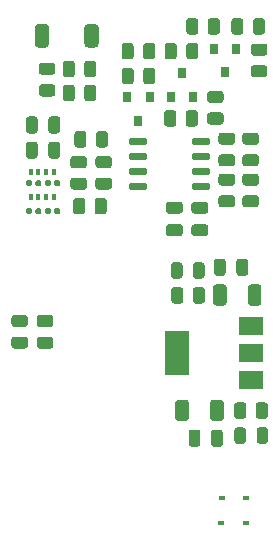
<source format=gbr>
G04 #@! TF.GenerationSoftware,KiCad,Pcbnew,5.1.8*
G04 #@! TF.CreationDate,2020-12-10T12:55:43+01:00*
G04 #@! TF.ProjectId,weather_station,77656174-6865-4725-9f73-746174696f6e,rev?*
G04 #@! TF.SameCoordinates,Original*
G04 #@! TF.FileFunction,Paste,Bot*
G04 #@! TF.FilePolarity,Positive*
%FSLAX46Y46*%
G04 Gerber Fmt 4.6, Leading zero omitted, Abs format (unit mm)*
G04 Created by KiCad (PCBNEW 5.1.8) date 2020-12-10 12:55:43*
%MOMM*%
%LPD*%
G01*
G04 APERTURE LIST*
%ADD10R,0.600000X0.450000*%
%ADD11R,2.000000X3.800000*%
%ADD12R,2.000000X1.500000*%
%ADD13R,0.800000X0.900000*%
%ADD14R,0.350000X0.500000*%
G04 APERTURE END LIST*
G36*
G01*
X141360000Y-99715000D02*
X141360000Y-100665000D01*
G75*
G02*
X141110000Y-100915000I-250000J0D01*
G01*
X140610000Y-100915000D01*
G75*
G02*
X140360000Y-100665000I0J250000D01*
G01*
X140360000Y-99715000D01*
G75*
G02*
X140610000Y-99465000I250000J0D01*
G01*
X141110000Y-99465000D01*
G75*
G02*
X141360000Y-99715000I0J-250000D01*
G01*
G37*
G36*
G01*
X143260000Y-99715000D02*
X143260000Y-100665000D01*
G75*
G02*
X143010000Y-100915000I-250000J0D01*
G01*
X142510000Y-100915000D01*
G75*
G02*
X142260000Y-100665000I0J250000D01*
G01*
X142260000Y-99715000D01*
G75*
G02*
X142510000Y-99465000I250000J0D01*
G01*
X143010000Y-99465000D01*
G75*
G02*
X143260000Y-99715000I0J-250000D01*
G01*
G37*
G36*
G01*
X140370000Y-105500000D02*
X140370000Y-105225000D01*
G75*
G02*
X140495000Y-105100000I125000J0D01*
G01*
X140745000Y-105100000D01*
G75*
G02*
X140870000Y-105225000I0J-125000D01*
G01*
X140870000Y-105500000D01*
G75*
G02*
X140745000Y-105625000I-125000J0D01*
G01*
X140495000Y-105625000D01*
G75*
G02*
X140370000Y-105500000I0J125000D01*
G01*
G37*
G36*
G01*
X141170000Y-105500000D02*
X141170000Y-105225000D01*
G75*
G02*
X141295000Y-105100000I125000J0D01*
G01*
X141545000Y-105100000D01*
G75*
G02*
X141670000Y-105225000I0J-125000D01*
G01*
X141670000Y-105500000D01*
G75*
G02*
X141545000Y-105625000I-125000J0D01*
G01*
X141295000Y-105625000D01*
G75*
G02*
X141170000Y-105500000I0J125000D01*
G01*
G37*
G36*
G01*
X141970000Y-105500000D02*
X141970000Y-105225000D01*
G75*
G02*
X142095000Y-105100000I125000J0D01*
G01*
X142345000Y-105100000D01*
G75*
G02*
X142470000Y-105225000I0J-125000D01*
G01*
X142470000Y-105500000D01*
G75*
G02*
X142345000Y-105625000I-125000J0D01*
G01*
X142095000Y-105625000D01*
G75*
G02*
X141970000Y-105500000I0J125000D01*
G01*
G37*
G36*
G01*
X142770000Y-105500000D02*
X142770000Y-105225000D01*
G75*
G02*
X142895000Y-105100000I125000J0D01*
G01*
X143145000Y-105100000D01*
G75*
G02*
X143270000Y-105225000I0J-125000D01*
G01*
X143270000Y-105500000D01*
G75*
G02*
X143145000Y-105625000I-125000J0D01*
G01*
X142895000Y-105625000D01*
G75*
G02*
X142770000Y-105500000I0J125000D01*
G01*
G37*
G36*
G01*
X142770000Y-103125000D02*
X142770000Y-102850000D01*
G75*
G02*
X142895000Y-102725000I125000J0D01*
G01*
X143145000Y-102725000D01*
G75*
G02*
X143270000Y-102850000I0J-125000D01*
G01*
X143270000Y-103125000D01*
G75*
G02*
X143145000Y-103250000I-125000J0D01*
G01*
X142895000Y-103250000D01*
G75*
G02*
X142770000Y-103125000I0J125000D01*
G01*
G37*
G36*
G01*
X141970000Y-103125000D02*
X141970000Y-102850000D01*
G75*
G02*
X142095000Y-102725000I125000J0D01*
G01*
X142345000Y-102725000D01*
G75*
G02*
X142470000Y-102850000I0J-125000D01*
G01*
X142470000Y-103125000D01*
G75*
G02*
X142345000Y-103250000I-125000J0D01*
G01*
X142095000Y-103250000D01*
G75*
G02*
X141970000Y-103125000I0J125000D01*
G01*
G37*
G36*
G01*
X141170000Y-103125000D02*
X141170000Y-102850000D01*
G75*
G02*
X141295000Y-102725000I125000J0D01*
G01*
X141545000Y-102725000D01*
G75*
G02*
X141670000Y-102850000I0J-125000D01*
G01*
X141670000Y-103125000D01*
G75*
G02*
X141545000Y-103250000I-125000J0D01*
G01*
X141295000Y-103250000D01*
G75*
G02*
X141170000Y-103125000I0J125000D01*
G01*
G37*
G36*
G01*
X140370000Y-103125000D02*
X140370000Y-102850000D01*
G75*
G02*
X140495000Y-102725000I125000J0D01*
G01*
X140745000Y-102725000D01*
G75*
G02*
X140870000Y-102850000I0J-125000D01*
G01*
X140870000Y-103125000D01*
G75*
G02*
X140745000Y-103250000I-125000J0D01*
G01*
X140495000Y-103250000D01*
G75*
G02*
X140370000Y-103125000I0J125000D01*
G01*
G37*
D10*
X156920000Y-131720000D03*
X159020000Y-131720000D03*
G36*
G01*
X141120000Y-91210000D02*
X141120000Y-89810000D01*
G75*
G02*
X141420000Y-89510000I300000J0D01*
G01*
X142020000Y-89510000D01*
G75*
G02*
X142320000Y-89810000I0J-300000D01*
G01*
X142320000Y-91210000D01*
G75*
G02*
X142020000Y-91510000I-300000J0D01*
G01*
X141420000Y-91510000D01*
G75*
G02*
X141120000Y-91210000I0J300000D01*
G01*
G37*
G36*
G01*
X145320000Y-91210000D02*
X145320000Y-89810000D01*
G75*
G02*
X145620000Y-89510000I300000J0D01*
G01*
X146220000Y-89510000D01*
G75*
G02*
X146520000Y-89810000I0J-300000D01*
G01*
X146520000Y-91210000D01*
G75*
G02*
X146220000Y-91510000I-300000J0D01*
G01*
X145620000Y-91510000D01*
G75*
G02*
X145320000Y-91210000I0J300000D01*
G01*
G37*
G36*
G01*
X154435000Y-103425000D02*
X154435000Y-103125000D01*
G75*
G02*
X154585000Y-102975000I150000J0D01*
G01*
X155835000Y-102975000D01*
G75*
G02*
X155985000Y-103125000I0J-150000D01*
G01*
X155985000Y-103425000D01*
G75*
G02*
X155835000Y-103575000I-150000J0D01*
G01*
X154585000Y-103575000D01*
G75*
G02*
X154435000Y-103425000I0J150000D01*
G01*
G37*
G36*
G01*
X154435000Y-102155000D02*
X154435000Y-101855000D01*
G75*
G02*
X154585000Y-101705000I150000J0D01*
G01*
X155835000Y-101705000D01*
G75*
G02*
X155985000Y-101855000I0J-150000D01*
G01*
X155985000Y-102155000D01*
G75*
G02*
X155835000Y-102305000I-150000J0D01*
G01*
X154585000Y-102305000D01*
G75*
G02*
X154435000Y-102155000I0J150000D01*
G01*
G37*
G36*
G01*
X154435000Y-100885000D02*
X154435000Y-100585000D01*
G75*
G02*
X154585000Y-100435000I150000J0D01*
G01*
X155835000Y-100435000D01*
G75*
G02*
X155985000Y-100585000I0J-150000D01*
G01*
X155985000Y-100885000D01*
G75*
G02*
X155835000Y-101035000I-150000J0D01*
G01*
X154585000Y-101035000D01*
G75*
G02*
X154435000Y-100885000I0J150000D01*
G01*
G37*
G36*
G01*
X154435000Y-99615000D02*
X154435000Y-99315000D01*
G75*
G02*
X154585000Y-99165000I150000J0D01*
G01*
X155835000Y-99165000D01*
G75*
G02*
X155985000Y-99315000I0J-150000D01*
G01*
X155985000Y-99615000D01*
G75*
G02*
X155835000Y-99765000I-150000J0D01*
G01*
X154585000Y-99765000D01*
G75*
G02*
X154435000Y-99615000I0J150000D01*
G01*
G37*
G36*
G01*
X149085000Y-99615000D02*
X149085000Y-99315000D01*
G75*
G02*
X149235000Y-99165000I150000J0D01*
G01*
X150485000Y-99165000D01*
G75*
G02*
X150635000Y-99315000I0J-150000D01*
G01*
X150635000Y-99615000D01*
G75*
G02*
X150485000Y-99765000I-150000J0D01*
G01*
X149235000Y-99765000D01*
G75*
G02*
X149085000Y-99615000I0J150000D01*
G01*
G37*
G36*
G01*
X149085000Y-100885000D02*
X149085000Y-100585000D01*
G75*
G02*
X149235000Y-100435000I150000J0D01*
G01*
X150485000Y-100435000D01*
G75*
G02*
X150635000Y-100585000I0J-150000D01*
G01*
X150635000Y-100885000D01*
G75*
G02*
X150485000Y-101035000I-150000J0D01*
G01*
X149235000Y-101035000D01*
G75*
G02*
X149085000Y-100885000I0J150000D01*
G01*
G37*
G36*
G01*
X149085000Y-102155000D02*
X149085000Y-101855000D01*
G75*
G02*
X149235000Y-101705000I150000J0D01*
G01*
X150485000Y-101705000D01*
G75*
G02*
X150635000Y-101855000I0J-150000D01*
G01*
X150635000Y-102155000D01*
G75*
G02*
X150485000Y-102305000I-150000J0D01*
G01*
X149235000Y-102305000D01*
G75*
G02*
X149085000Y-102155000I0J150000D01*
G01*
G37*
G36*
G01*
X149085000Y-103425000D02*
X149085000Y-103125000D01*
G75*
G02*
X149235000Y-102975000I150000J0D01*
G01*
X150485000Y-102975000D01*
G75*
G02*
X150635000Y-103125000I0J-150000D01*
G01*
X150635000Y-103425000D01*
G75*
G02*
X150485000Y-103575000I-150000J0D01*
G01*
X149235000Y-103575000D01*
G75*
G02*
X149085000Y-103425000I0J150000D01*
G01*
G37*
D11*
X153135000Y-117380000D03*
D12*
X159435000Y-117380000D03*
X159435000Y-119680000D03*
X159435000Y-115080000D03*
G36*
G01*
X152065000Y-97960002D02*
X152065000Y-97059998D01*
G75*
G02*
X152314998Y-96810000I249998J0D01*
G01*
X152840002Y-96810000D01*
G75*
G02*
X153090000Y-97059998I0J-249998D01*
G01*
X153090000Y-97960002D01*
G75*
G02*
X152840002Y-98210000I-249998J0D01*
G01*
X152314998Y-98210000D01*
G75*
G02*
X152065000Y-97960002I0J249998D01*
G01*
G37*
G36*
G01*
X153890000Y-97960002D02*
X153890000Y-97059998D01*
G75*
G02*
X154139998Y-96810000I249998J0D01*
G01*
X154665002Y-96810000D01*
G75*
G02*
X154915000Y-97059998I0J-249998D01*
G01*
X154915000Y-97960002D01*
G75*
G02*
X154665002Y-98210000I-249998J0D01*
G01*
X154139998Y-98210000D01*
G75*
G02*
X153890000Y-97960002I0J249998D01*
G01*
G37*
D10*
X159030000Y-129670000D03*
X156930000Y-129670000D03*
G36*
G01*
X159890000Y-124816250D02*
X159890000Y-123903750D01*
G75*
G02*
X160133750Y-123660000I243750J0D01*
G01*
X160621250Y-123660000D01*
G75*
G02*
X160865000Y-123903750I0J-243750D01*
G01*
X160865000Y-124816250D01*
G75*
G02*
X160621250Y-125060000I-243750J0D01*
G01*
X160133750Y-125060000D01*
G75*
G02*
X159890000Y-124816250I0J243750D01*
G01*
G37*
G36*
G01*
X158015000Y-124816250D02*
X158015000Y-123903750D01*
G75*
G02*
X158258750Y-123660000I243750J0D01*
G01*
X158746250Y-123660000D01*
G75*
G02*
X158990000Y-123903750I0J-243750D01*
G01*
X158990000Y-124816250D01*
G75*
G02*
X158746250Y-125060000I-243750J0D01*
G01*
X158258750Y-125060000D01*
G75*
G02*
X158015000Y-124816250I0J243750D01*
G01*
G37*
G36*
G01*
X157815002Y-105035000D02*
X156914998Y-105035000D01*
G75*
G02*
X156665000Y-104785002I0J249998D01*
G01*
X156665000Y-104259998D01*
G75*
G02*
X156914998Y-104010000I249998J0D01*
G01*
X157815002Y-104010000D01*
G75*
G02*
X158065000Y-104259998I0J-249998D01*
G01*
X158065000Y-104785002D01*
G75*
G02*
X157815002Y-105035000I-249998J0D01*
G01*
G37*
G36*
G01*
X157815002Y-103210000D02*
X156914998Y-103210000D01*
G75*
G02*
X156665000Y-102960002I0J249998D01*
G01*
X156665000Y-102434998D01*
G75*
G02*
X156914998Y-102185000I249998J0D01*
G01*
X157815002Y-102185000D01*
G75*
G02*
X158065000Y-102434998I0J-249998D01*
G01*
X158065000Y-102960002D01*
G75*
G02*
X157815002Y-103210000I-249998J0D01*
G01*
G37*
G36*
G01*
X144369998Y-100700000D02*
X145270002Y-100700000D01*
G75*
G02*
X145520000Y-100949998I0J-249998D01*
G01*
X145520000Y-101475002D01*
G75*
G02*
X145270002Y-101725000I-249998J0D01*
G01*
X144369998Y-101725000D01*
G75*
G02*
X144120000Y-101475002I0J249998D01*
G01*
X144120000Y-100949998D01*
G75*
G02*
X144369998Y-100700000I249998J0D01*
G01*
G37*
G36*
G01*
X144369998Y-102525000D02*
X145270002Y-102525000D01*
G75*
G02*
X145520000Y-102774998I0J-249998D01*
G01*
X145520000Y-103300002D01*
G75*
G02*
X145270002Y-103550000I-249998J0D01*
G01*
X144369998Y-103550000D01*
G75*
G02*
X144120000Y-103300002I0J249998D01*
G01*
X144120000Y-102774998D01*
G75*
G02*
X144369998Y-102525000I249998J0D01*
G01*
G37*
G36*
G01*
X159840002Y-103210000D02*
X158939998Y-103210000D01*
G75*
G02*
X158690000Y-102960002I0J249998D01*
G01*
X158690000Y-102434998D01*
G75*
G02*
X158939998Y-102185000I249998J0D01*
G01*
X159840002Y-102185000D01*
G75*
G02*
X160090000Y-102434998I0J-249998D01*
G01*
X160090000Y-102960002D01*
G75*
G02*
X159840002Y-103210000I-249998J0D01*
G01*
G37*
G36*
G01*
X159840002Y-105035000D02*
X158939998Y-105035000D01*
G75*
G02*
X158690000Y-104785002I0J249998D01*
G01*
X158690000Y-104259998D01*
G75*
G02*
X158939998Y-104010000I249998J0D01*
G01*
X159840002Y-104010000D01*
G75*
G02*
X160090000Y-104259998I0J-249998D01*
G01*
X160090000Y-104785002D01*
G75*
G02*
X159840002Y-105035000I-249998J0D01*
G01*
G37*
G36*
G01*
X155755000Y-90165002D02*
X155755000Y-89264998D01*
G75*
G02*
X156004998Y-89015000I249998J0D01*
G01*
X156530002Y-89015000D01*
G75*
G02*
X156780000Y-89264998I0J-249998D01*
G01*
X156780000Y-90165002D01*
G75*
G02*
X156530002Y-90415000I-249998J0D01*
G01*
X156004998Y-90415000D01*
G75*
G02*
X155755000Y-90165002I0J249998D01*
G01*
G37*
G36*
G01*
X153930000Y-90165002D02*
X153930000Y-89264998D01*
G75*
G02*
X154179998Y-89015000I249998J0D01*
G01*
X154705002Y-89015000D01*
G75*
G02*
X154955000Y-89264998I0J-249998D01*
G01*
X154955000Y-90165002D01*
G75*
G02*
X154705002Y-90415000I-249998J0D01*
G01*
X154179998Y-90415000D01*
G75*
G02*
X153930000Y-90165002I0J249998D01*
G01*
G37*
G36*
G01*
X157110000Y-121579999D02*
X157110000Y-122880001D01*
G75*
G02*
X156860001Y-123130000I-249999J0D01*
G01*
X156209999Y-123130000D01*
G75*
G02*
X155960000Y-122880001I0J249999D01*
G01*
X155960000Y-121579999D01*
G75*
G02*
X156209999Y-121330000I249999J0D01*
G01*
X156860001Y-121330000D01*
G75*
G02*
X157110000Y-121579999I0J-249999D01*
G01*
G37*
G36*
G01*
X154160000Y-121579999D02*
X154160000Y-122880001D01*
G75*
G02*
X153910001Y-123130000I-249999J0D01*
G01*
X153259999Y-123130000D01*
G75*
G02*
X153010000Y-122880001I0J249999D01*
G01*
X153010000Y-121579999D01*
G75*
G02*
X153259999Y-121330000I249999J0D01*
G01*
X153910001Y-121330000D01*
G75*
G02*
X154160000Y-121579999I0J-249999D01*
G01*
G37*
G36*
G01*
X155135000Y-124105000D02*
X155135000Y-125055000D01*
G75*
G02*
X154885000Y-125305000I-250000J0D01*
G01*
X154385000Y-125305000D01*
G75*
G02*
X154135000Y-125055000I0J250000D01*
G01*
X154135000Y-124105000D01*
G75*
G02*
X154385000Y-123855000I250000J0D01*
G01*
X154885000Y-123855000D01*
G75*
G02*
X155135000Y-124105000I0J-250000D01*
G01*
G37*
G36*
G01*
X157035000Y-124105000D02*
X157035000Y-125055000D01*
G75*
G02*
X156785000Y-125305000I-250000J0D01*
G01*
X156285000Y-125305000D01*
G75*
G02*
X156035000Y-125055000I0J250000D01*
G01*
X156035000Y-124105000D01*
G75*
G02*
X156285000Y-123855000I250000J0D01*
G01*
X156785000Y-123855000D01*
G75*
G02*
X157035000Y-124105000I0J-250000D01*
G01*
G37*
G36*
G01*
X156280000Y-110585000D02*
X156280000Y-109635000D01*
G75*
G02*
X156530000Y-109385000I250000J0D01*
G01*
X157030000Y-109385000D01*
G75*
G02*
X157280000Y-109635000I0J-250000D01*
G01*
X157280000Y-110585000D01*
G75*
G02*
X157030000Y-110835000I-250000J0D01*
G01*
X156530000Y-110835000D01*
G75*
G02*
X156280000Y-110585000I0J250000D01*
G01*
G37*
G36*
G01*
X158180000Y-110585000D02*
X158180000Y-109635000D01*
G75*
G02*
X158430000Y-109385000I250000J0D01*
G01*
X158930000Y-109385000D01*
G75*
G02*
X159180000Y-109635000I0J-250000D01*
G01*
X159180000Y-110585000D01*
G75*
G02*
X158930000Y-110835000I-250000J0D01*
G01*
X158430000Y-110835000D01*
G75*
G02*
X158180000Y-110585000I0J250000D01*
G01*
G37*
G36*
G01*
X159155000Y-113110001D02*
X159155000Y-111809999D01*
G75*
G02*
X159404999Y-111560000I249999J0D01*
G01*
X160055001Y-111560000D01*
G75*
G02*
X160305000Y-111809999I0J-249999D01*
G01*
X160305000Y-113110001D01*
G75*
G02*
X160055001Y-113360000I-249999J0D01*
G01*
X159404999Y-113360000D01*
G75*
G02*
X159155000Y-113110001I0J249999D01*
G01*
G37*
G36*
G01*
X156205000Y-113110001D02*
X156205000Y-111809999D01*
G75*
G02*
X156454999Y-111560000I249999J0D01*
G01*
X157105001Y-111560000D01*
G75*
G02*
X157355000Y-111809999I0J-249999D01*
G01*
X157355000Y-113110001D01*
G75*
G02*
X157105001Y-113360000I-249999J0D01*
G01*
X156454999Y-113360000D01*
G75*
G02*
X156205000Y-113110001I0J249999D01*
G01*
G37*
G36*
G01*
X152460000Y-106470000D02*
X153410000Y-106470000D01*
G75*
G02*
X153660000Y-106720000I0J-250000D01*
G01*
X153660000Y-107220000D01*
G75*
G02*
X153410000Y-107470000I-250000J0D01*
G01*
X152460000Y-107470000D01*
G75*
G02*
X152210000Y-107220000I0J250000D01*
G01*
X152210000Y-106720000D01*
G75*
G02*
X152460000Y-106470000I250000J0D01*
G01*
G37*
G36*
G01*
X152460000Y-104570000D02*
X153410000Y-104570000D01*
G75*
G02*
X153660000Y-104820000I0J-250000D01*
G01*
X153660000Y-105320000D01*
G75*
G02*
X153410000Y-105570000I-250000J0D01*
G01*
X152460000Y-105570000D01*
G75*
G02*
X152210000Y-105320000I0J250000D01*
G01*
X152210000Y-104820000D01*
G75*
G02*
X152460000Y-104570000I250000J0D01*
G01*
G37*
G36*
G01*
X154610000Y-106470000D02*
X155560000Y-106470000D01*
G75*
G02*
X155810000Y-106720000I0J-250000D01*
G01*
X155810000Y-107220000D01*
G75*
G02*
X155560000Y-107470000I-250000J0D01*
G01*
X154610000Y-107470000D01*
G75*
G02*
X154360000Y-107220000I0J250000D01*
G01*
X154360000Y-106720000D01*
G75*
G02*
X154610000Y-106470000I250000J0D01*
G01*
G37*
G36*
G01*
X154610000Y-104570000D02*
X155560000Y-104570000D01*
G75*
G02*
X155810000Y-104820000I0J-250000D01*
G01*
X155810000Y-105320000D01*
G75*
G02*
X155560000Y-105570000I-250000J0D01*
G01*
X154610000Y-105570000D01*
G75*
G02*
X154360000Y-105320000I0J250000D01*
G01*
X154360000Y-104820000D01*
G75*
G02*
X154610000Y-104570000I250000J0D01*
G01*
G37*
G36*
G01*
X141370000Y-97585000D02*
X141370000Y-98535000D01*
G75*
G02*
X141120000Y-98785000I-250000J0D01*
G01*
X140620000Y-98785000D01*
G75*
G02*
X140370000Y-98535000I0J250000D01*
G01*
X140370000Y-97585000D01*
G75*
G02*
X140620000Y-97335000I250000J0D01*
G01*
X141120000Y-97335000D01*
G75*
G02*
X141370000Y-97585000I0J-250000D01*
G01*
G37*
G36*
G01*
X143270000Y-97585000D02*
X143270000Y-98535000D01*
G75*
G02*
X143020000Y-98785000I-250000J0D01*
G01*
X142520000Y-98785000D01*
G75*
G02*
X142270000Y-98535000I0J250000D01*
G01*
X142270000Y-97585000D01*
G75*
G02*
X142520000Y-97335000I250000J0D01*
G01*
X143020000Y-97335000D01*
G75*
G02*
X143270000Y-97585000I0J-250000D01*
G01*
G37*
G36*
G01*
X155495000Y-109923750D02*
X155495000Y-110836250D01*
G75*
G02*
X155251250Y-111080000I-243750J0D01*
G01*
X154763750Y-111080000D01*
G75*
G02*
X154520000Y-110836250I0J243750D01*
G01*
X154520000Y-109923750D01*
G75*
G02*
X154763750Y-109680000I243750J0D01*
G01*
X155251250Y-109680000D01*
G75*
G02*
X155495000Y-109923750I0J-243750D01*
G01*
G37*
G36*
G01*
X153620000Y-109923750D02*
X153620000Y-110836250D01*
G75*
G02*
X153376250Y-111080000I-243750J0D01*
G01*
X152888750Y-111080000D01*
G75*
G02*
X152645000Y-110836250I0J243750D01*
G01*
X152645000Y-109923750D01*
G75*
G02*
X152888750Y-109680000I243750J0D01*
G01*
X153376250Y-109680000D01*
G75*
G02*
X153620000Y-109923750I0J-243750D01*
G01*
G37*
D13*
X156255000Y-91590000D03*
X158155000Y-91590000D03*
X157205000Y-93590000D03*
X148930000Y-95715000D03*
X150830000Y-95715000D03*
X149880000Y-97715000D03*
X153555000Y-93690000D03*
X152605000Y-95690000D03*
X154505000Y-95690000D03*
G36*
G01*
X144500000Y-94899998D02*
X144500000Y-95800002D01*
G75*
G02*
X144250002Y-96050000I-249998J0D01*
G01*
X143724998Y-96050000D01*
G75*
G02*
X143475000Y-95800002I0J249998D01*
G01*
X143475000Y-94899998D01*
G75*
G02*
X143724998Y-94650000I249998J0D01*
G01*
X144250002Y-94650000D01*
G75*
G02*
X144500000Y-94899998I0J-249998D01*
G01*
G37*
G36*
G01*
X146325000Y-94899998D02*
X146325000Y-95800002D01*
G75*
G02*
X146075002Y-96050000I-249998J0D01*
G01*
X145549998Y-96050000D01*
G75*
G02*
X145300000Y-95800002I0J249998D01*
G01*
X145300000Y-94899998D01*
G75*
G02*
X145549998Y-94650000I249998J0D01*
G01*
X146075002Y-94650000D01*
G75*
G02*
X146325000Y-94899998I0J-249998D01*
G01*
G37*
G36*
G01*
X143475000Y-93775002D02*
X143475000Y-92874998D01*
G75*
G02*
X143724998Y-92625000I249998J0D01*
G01*
X144250002Y-92625000D01*
G75*
G02*
X144500000Y-92874998I0J-249998D01*
G01*
X144500000Y-93775002D01*
G75*
G02*
X144250002Y-94025000I-249998J0D01*
G01*
X143724998Y-94025000D01*
G75*
G02*
X143475000Y-93775002I0J249998D01*
G01*
G37*
G36*
G01*
X145300000Y-93775002D02*
X145300000Y-92874998D01*
G75*
G02*
X145549998Y-92625000I249998J0D01*
G01*
X146075002Y-92625000D01*
G75*
G02*
X146325000Y-92874998I0J-249998D01*
G01*
X146325000Y-93775002D01*
G75*
G02*
X146075002Y-94025000I-249998J0D01*
G01*
X145549998Y-94025000D01*
G75*
G02*
X145300000Y-93775002I0J249998D01*
G01*
G37*
G36*
G01*
X140280002Y-115170000D02*
X139379998Y-115170000D01*
G75*
G02*
X139130000Y-114920002I0J249998D01*
G01*
X139130000Y-114394998D01*
G75*
G02*
X139379998Y-114145000I249998J0D01*
G01*
X140280002Y-114145000D01*
G75*
G02*
X140530000Y-114394998I0J-249998D01*
G01*
X140530000Y-114920002D01*
G75*
G02*
X140280002Y-115170000I-249998J0D01*
G01*
G37*
G36*
G01*
X140280002Y-116995000D02*
X139379998Y-116995000D01*
G75*
G02*
X139130000Y-116745002I0J249998D01*
G01*
X139130000Y-116219998D01*
G75*
G02*
X139379998Y-115970000I249998J0D01*
G01*
X140280002Y-115970000D01*
G75*
G02*
X140530000Y-116219998I0J-249998D01*
G01*
X140530000Y-116745002D01*
G75*
G02*
X140280002Y-116995000I-249998J0D01*
G01*
G37*
G36*
G01*
X141529998Y-114145000D02*
X142430002Y-114145000D01*
G75*
G02*
X142680000Y-114394998I0J-249998D01*
G01*
X142680000Y-114920002D01*
G75*
G02*
X142430002Y-115170000I-249998J0D01*
G01*
X141529998Y-115170000D01*
G75*
G02*
X141280000Y-114920002I0J249998D01*
G01*
X141280000Y-114394998D01*
G75*
G02*
X141529998Y-114145000I249998J0D01*
G01*
G37*
G36*
G01*
X141529998Y-115970000D02*
X142430002Y-115970000D01*
G75*
G02*
X142680000Y-116219998I0J-249998D01*
G01*
X142680000Y-116745002D01*
G75*
G02*
X142430002Y-116995000I-249998J0D01*
G01*
X141529998Y-116995000D01*
G75*
G02*
X141280000Y-116745002I0J249998D01*
G01*
X141280000Y-116219998D01*
G75*
G02*
X141529998Y-115970000I249998J0D01*
G01*
G37*
G36*
G01*
X146499998Y-100687500D02*
X147400002Y-100687500D01*
G75*
G02*
X147650000Y-100937498I0J-249998D01*
G01*
X147650000Y-101462502D01*
G75*
G02*
X147400002Y-101712500I-249998J0D01*
G01*
X146499998Y-101712500D01*
G75*
G02*
X146250000Y-101462502I0J249998D01*
G01*
X146250000Y-100937498D01*
G75*
G02*
X146499998Y-100687500I249998J0D01*
G01*
G37*
G36*
G01*
X146499998Y-102512500D02*
X147400002Y-102512500D01*
G75*
G02*
X147650000Y-102762498I0J-249998D01*
G01*
X147650000Y-103287502D01*
G75*
G02*
X147400002Y-103537500I-249998J0D01*
G01*
X146499998Y-103537500D01*
G75*
G02*
X146250000Y-103287502I0J249998D01*
G01*
X146250000Y-102762498D01*
G75*
G02*
X146499998Y-102512500I249998J0D01*
G01*
G37*
G36*
G01*
X141699998Y-94625000D02*
X142600002Y-94625000D01*
G75*
G02*
X142850000Y-94874998I0J-249998D01*
G01*
X142850000Y-95400002D01*
G75*
G02*
X142600002Y-95650000I-249998J0D01*
G01*
X141699998Y-95650000D01*
G75*
G02*
X141450000Y-95400002I0J249998D01*
G01*
X141450000Y-94874998D01*
G75*
G02*
X141699998Y-94625000I249998J0D01*
G01*
G37*
G36*
G01*
X141699998Y-92800000D02*
X142600002Y-92800000D01*
G75*
G02*
X142850000Y-93049998I0J-249998D01*
G01*
X142850000Y-93575002D01*
G75*
G02*
X142600002Y-93825000I-249998J0D01*
G01*
X141699998Y-93825000D01*
G75*
G02*
X141450000Y-93575002I0J249998D01*
G01*
X141450000Y-93049998D01*
G75*
G02*
X141699998Y-92800000I249998J0D01*
G01*
G37*
G36*
G01*
X155515000Y-112039998D02*
X155515000Y-112940002D01*
G75*
G02*
X155265002Y-113190000I-249998J0D01*
G01*
X154739998Y-113190000D01*
G75*
G02*
X154490000Y-112940002I0J249998D01*
G01*
X154490000Y-112039998D01*
G75*
G02*
X154739998Y-111790000I249998J0D01*
G01*
X155265002Y-111790000D01*
G75*
G02*
X155515000Y-112039998I0J-249998D01*
G01*
G37*
G36*
G01*
X153690000Y-112039998D02*
X153690000Y-112940002D01*
G75*
G02*
X153440002Y-113190000I-249998J0D01*
G01*
X152914998Y-113190000D01*
G75*
G02*
X152665000Y-112940002I0J249998D01*
G01*
X152665000Y-112039998D01*
G75*
G02*
X152914998Y-111790000I249998J0D01*
G01*
X153440002Y-111790000D01*
G75*
G02*
X153690000Y-112039998I0J-249998D01*
G01*
G37*
G36*
G01*
X157995000Y-122690002D02*
X157995000Y-121789998D01*
G75*
G02*
X158244998Y-121540000I249998J0D01*
G01*
X158770002Y-121540000D01*
G75*
G02*
X159020000Y-121789998I0J-249998D01*
G01*
X159020000Y-122690002D01*
G75*
G02*
X158770002Y-122940000I-249998J0D01*
G01*
X158244998Y-122940000D01*
G75*
G02*
X157995000Y-122690002I0J249998D01*
G01*
G37*
G36*
G01*
X159820000Y-122690002D02*
X159820000Y-121789998D01*
G75*
G02*
X160069998Y-121540000I249998J0D01*
G01*
X160595002Y-121540000D01*
G75*
G02*
X160845000Y-121789998I0J-249998D01*
G01*
X160845000Y-122690002D01*
G75*
G02*
X160595002Y-122940000I-249998J0D01*
G01*
X160069998Y-122940000D01*
G75*
G02*
X159820000Y-122690002I0J249998D01*
G01*
G37*
G36*
G01*
X159654998Y-92990000D02*
X160555002Y-92990000D01*
G75*
G02*
X160805000Y-93239998I0J-249998D01*
G01*
X160805000Y-93765002D01*
G75*
G02*
X160555002Y-94015000I-249998J0D01*
G01*
X159654998Y-94015000D01*
G75*
G02*
X159405000Y-93765002I0J249998D01*
G01*
X159405000Y-93239998D01*
G75*
G02*
X159654998Y-92990000I249998J0D01*
G01*
G37*
G36*
G01*
X159654998Y-91165000D02*
X160555002Y-91165000D01*
G75*
G02*
X160805000Y-91414998I0J-249998D01*
G01*
X160805000Y-91940002D01*
G75*
G02*
X160555002Y-92190000I-249998J0D01*
G01*
X159654998Y-92190000D01*
G75*
G02*
X159405000Y-91940002I0J249998D01*
G01*
X159405000Y-91414998D01*
G75*
G02*
X159654998Y-91165000I249998J0D01*
G01*
G37*
G36*
G01*
X146287500Y-99720002D02*
X146287500Y-98819998D01*
G75*
G02*
X146537498Y-98570000I249998J0D01*
G01*
X147062502Y-98570000D01*
G75*
G02*
X147312500Y-98819998I0J-249998D01*
G01*
X147312500Y-99720002D01*
G75*
G02*
X147062502Y-99970000I-249998J0D01*
G01*
X146537498Y-99970000D01*
G75*
G02*
X146287500Y-99720002I0J249998D01*
G01*
G37*
G36*
G01*
X144462500Y-99720002D02*
X144462500Y-98819998D01*
G75*
G02*
X144712498Y-98570000I249998J0D01*
G01*
X145237502Y-98570000D01*
G75*
G02*
X145487500Y-98819998I0J-249998D01*
G01*
X145487500Y-99720002D01*
G75*
G02*
X145237502Y-99970000I-249998J0D01*
G01*
X144712498Y-99970000D01*
G75*
G02*
X144462500Y-99720002I0J249998D01*
G01*
G37*
G36*
G01*
X160605000Y-89264998D02*
X160605000Y-90165002D01*
G75*
G02*
X160355002Y-90415000I-249998J0D01*
G01*
X159829998Y-90415000D01*
G75*
G02*
X159580000Y-90165002I0J249998D01*
G01*
X159580000Y-89264998D01*
G75*
G02*
X159829998Y-89015000I249998J0D01*
G01*
X160355002Y-89015000D01*
G75*
G02*
X160605000Y-89264998I0J-249998D01*
G01*
G37*
G36*
G01*
X158780000Y-89264998D02*
X158780000Y-90165002D01*
G75*
G02*
X158530002Y-90415000I-249998J0D01*
G01*
X158004998Y-90415000D01*
G75*
G02*
X157755000Y-90165002I0J249998D01*
G01*
X157755000Y-89264998D01*
G75*
G02*
X158004998Y-89015000I249998J0D01*
G01*
X158530002Y-89015000D01*
G75*
G02*
X158780000Y-89264998I0J-249998D01*
G01*
G37*
G36*
G01*
X148455000Y-94365002D02*
X148455000Y-93464998D01*
G75*
G02*
X148704998Y-93215000I249998J0D01*
G01*
X149230002Y-93215000D01*
G75*
G02*
X149480000Y-93464998I0J-249998D01*
G01*
X149480000Y-94365002D01*
G75*
G02*
X149230002Y-94615000I-249998J0D01*
G01*
X148704998Y-94615000D01*
G75*
G02*
X148455000Y-94365002I0J249998D01*
G01*
G37*
G36*
G01*
X150280000Y-94365002D02*
X150280000Y-93464998D01*
G75*
G02*
X150529998Y-93215000I249998J0D01*
G01*
X151055002Y-93215000D01*
G75*
G02*
X151305000Y-93464998I0J-249998D01*
G01*
X151305000Y-94365002D01*
G75*
G02*
X151055002Y-94615000I-249998J0D01*
G01*
X150529998Y-94615000D01*
G75*
G02*
X150280000Y-94365002I0J249998D01*
G01*
G37*
G36*
G01*
X149480000Y-91364998D02*
X149480000Y-92265002D01*
G75*
G02*
X149230002Y-92515000I-249998J0D01*
G01*
X148704998Y-92515000D01*
G75*
G02*
X148455000Y-92265002I0J249998D01*
G01*
X148455000Y-91364998D01*
G75*
G02*
X148704998Y-91115000I249998J0D01*
G01*
X149230002Y-91115000D01*
G75*
G02*
X149480000Y-91364998I0J-249998D01*
G01*
G37*
G36*
G01*
X151305000Y-91364998D02*
X151305000Y-92265002D01*
G75*
G02*
X151055002Y-92515000I-249998J0D01*
G01*
X150529998Y-92515000D01*
G75*
G02*
X150280000Y-92265002I0J249998D01*
G01*
X150280000Y-91364998D01*
G75*
G02*
X150529998Y-91115000I249998J0D01*
G01*
X151055002Y-91115000D01*
G75*
G02*
X151305000Y-91364998I0J-249998D01*
G01*
G37*
G36*
G01*
X157815002Y-101560000D02*
X156914998Y-101560000D01*
G75*
G02*
X156665000Y-101310002I0J249998D01*
G01*
X156665000Y-100784998D01*
G75*
G02*
X156914998Y-100535000I249998J0D01*
G01*
X157815002Y-100535000D01*
G75*
G02*
X158065000Y-100784998I0J-249998D01*
G01*
X158065000Y-101310002D01*
G75*
G02*
X157815002Y-101560000I-249998J0D01*
G01*
G37*
G36*
G01*
X157815002Y-99735000D02*
X156914998Y-99735000D01*
G75*
G02*
X156665000Y-99485002I0J249998D01*
G01*
X156665000Y-98959998D01*
G75*
G02*
X156914998Y-98710000I249998J0D01*
G01*
X157815002Y-98710000D01*
G75*
G02*
X158065000Y-98959998I0J-249998D01*
G01*
X158065000Y-99485002D01*
G75*
G02*
X157815002Y-99735000I-249998J0D01*
G01*
G37*
G36*
G01*
X159840002Y-99735000D02*
X158939998Y-99735000D01*
G75*
G02*
X158690000Y-99485002I0J249998D01*
G01*
X158690000Y-98959998D01*
G75*
G02*
X158939998Y-98710000I249998J0D01*
G01*
X159840002Y-98710000D01*
G75*
G02*
X160090000Y-98959998I0J-249998D01*
G01*
X160090000Y-99485002D01*
G75*
G02*
X159840002Y-99735000I-249998J0D01*
G01*
G37*
G36*
G01*
X159840002Y-101560000D02*
X158939998Y-101560000D01*
G75*
G02*
X158690000Y-101310002I0J249998D01*
G01*
X158690000Y-100784998D01*
G75*
G02*
X158939998Y-100535000I249998J0D01*
G01*
X159840002Y-100535000D01*
G75*
G02*
X160090000Y-100784998I0J-249998D01*
G01*
X160090000Y-101310002D01*
G75*
G02*
X159840002Y-101560000I-249998J0D01*
G01*
G37*
G36*
G01*
X155949998Y-95175000D02*
X156850002Y-95175000D01*
G75*
G02*
X157100000Y-95424998I0J-249998D01*
G01*
X157100000Y-95950002D01*
G75*
G02*
X156850002Y-96200000I-249998J0D01*
G01*
X155949998Y-96200000D01*
G75*
G02*
X155700000Y-95950002I0J249998D01*
G01*
X155700000Y-95424998D01*
G75*
G02*
X155949998Y-95175000I249998J0D01*
G01*
G37*
G36*
G01*
X155949998Y-97000000D02*
X156850002Y-97000000D01*
G75*
G02*
X157100000Y-97249998I0J-249998D01*
G01*
X157100000Y-97775002D01*
G75*
G02*
X156850002Y-98025000I-249998J0D01*
G01*
X155949998Y-98025000D01*
G75*
G02*
X155700000Y-97775002I0J249998D01*
G01*
X155700000Y-97249998D01*
G75*
G02*
X155949998Y-97000000I249998J0D01*
G01*
G37*
G36*
G01*
X153930000Y-92265002D02*
X153930000Y-91364998D01*
G75*
G02*
X154179998Y-91115000I249998J0D01*
G01*
X154705002Y-91115000D01*
G75*
G02*
X154955000Y-91364998I0J-249998D01*
G01*
X154955000Y-92265002D01*
G75*
G02*
X154705002Y-92515000I-249998J0D01*
G01*
X154179998Y-92515000D01*
G75*
G02*
X153930000Y-92265002I0J249998D01*
G01*
G37*
G36*
G01*
X152105000Y-92265002D02*
X152105000Y-91364998D01*
G75*
G02*
X152354998Y-91115000I249998J0D01*
G01*
X152880002Y-91115000D01*
G75*
G02*
X153130000Y-91364998I0J-249998D01*
G01*
X153130000Y-92265002D01*
G75*
G02*
X152880002Y-92515000I-249998J0D01*
G01*
X152354998Y-92515000D01*
G75*
G02*
X152105000Y-92265002I0J249998D01*
G01*
G37*
G36*
G01*
X146180000Y-105390002D02*
X146180000Y-104489998D01*
G75*
G02*
X146429998Y-104240000I249998J0D01*
G01*
X146955002Y-104240000D01*
G75*
G02*
X147205000Y-104489998I0J-249998D01*
G01*
X147205000Y-105390002D01*
G75*
G02*
X146955002Y-105640000I-249998J0D01*
G01*
X146429998Y-105640000D01*
G75*
G02*
X146180000Y-105390002I0J249998D01*
G01*
G37*
G36*
G01*
X144355000Y-105390002D02*
X144355000Y-104489998D01*
G75*
G02*
X144604998Y-104240000I249998J0D01*
G01*
X145130002Y-104240000D01*
G75*
G02*
X145380000Y-104489998I0J-249998D01*
G01*
X145380000Y-105390002D01*
G75*
G02*
X145130002Y-105640000I-249998J0D01*
G01*
X144604998Y-105640000D01*
G75*
G02*
X144355000Y-105390002I0J249998D01*
G01*
G37*
D14*
X142720000Y-104125000D03*
X142070000Y-104125000D03*
X141420000Y-104125000D03*
X140770000Y-104125000D03*
X140770000Y-102075000D03*
X141420000Y-102075000D03*
X142070000Y-102075000D03*
X142720000Y-102075000D03*
M02*

</source>
